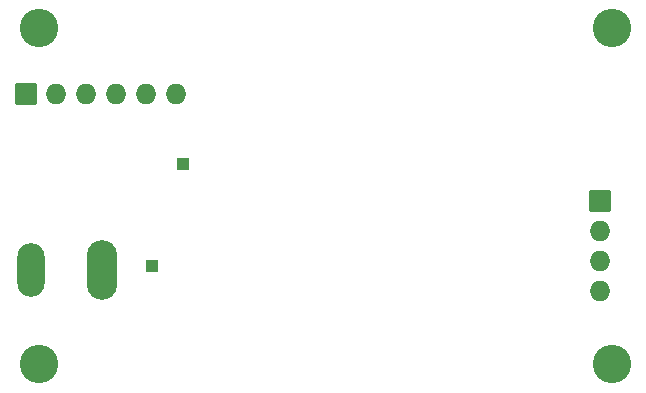
<source format=gbs>
G04 #@! TF.GenerationSoftware,KiCad,Pcbnew,(6.0.0)*
G04 #@! TF.CreationDate,2022-02-07T00:21:05-08:00*
G04 #@! TF.ProjectId,LightsAuxiliary_Rev_C,4c696768-7473-4417-9578-696c69617279,rev?*
G04 #@! TF.SameCoordinates,Original*
G04 #@! TF.FileFunction,Soldermask,Bot*
G04 #@! TF.FilePolarity,Negative*
%FSLAX46Y46*%
G04 Gerber Fmt 4.6, Leading zero omitted, Abs format (unit mm)*
G04 Created by KiCad (PCBNEW (6.0.0)) date 2022-02-07 00:21:05*
%MOMM*%
%LPD*%
G01*
G04 APERTURE LIST*
G04 Aperture macros list*
%AMRoundRect*
0 Rectangle with rounded corners*
0 $1 Rounding radius*
0 $2 $3 $4 $5 $6 $7 $8 $9 X,Y pos of 4 corners*
0 Add a 4 corners polygon primitive as box body*
4,1,4,$2,$3,$4,$5,$6,$7,$8,$9,$2,$3,0*
0 Add four circle primitives for the rounded corners*
1,1,$1+$1,$2,$3*
1,1,$1+$1,$4,$5*
1,1,$1+$1,$6,$7*
1,1,$1+$1,$8,$9*
0 Add four rect primitives between the rounded corners*
20,1,$1+$1,$2,$3,$4,$5,0*
20,1,$1+$1,$4,$5,$6,$7,0*
20,1,$1+$1,$6,$7,$8,$9,0*
20,1,$1+$1,$8,$9,$2,$3,0*%
G04 Aperture macros list end*
%ADD10RoundRect,0.025400X0.500000X0.500000X-0.500000X0.500000X-0.500000X-0.500000X0.500000X-0.500000X0*%
%ADD11C,3.250800*%
%ADD12O,2.550800X5.050800*%
%ADD13O,2.300800X4.550800*%
%ADD14O,1.750800X1.750800*%
%ADD15RoundRect,0.025400X-0.850000X-0.850000X0.850000X-0.850000X0.850000X0.850000X-0.850000X0.850000X0*%
%ADD16RoundRect,0.025400X0.850000X-0.850000X0.850000X0.850000X-0.850000X0.850000X-0.850000X-0.850000X0*%
G04 APERTURE END LIST*
D10*
X126288800Y-109016800D03*
X128879600Y-100380800D03*
D11*
X116712060Y-117348940D03*
X116712060Y-88863145D03*
X165197866Y-117348940D03*
X165197866Y-88863145D03*
D12*
X122042500Y-109347000D03*
D13*
X116042500Y-109347000D03*
D14*
X164154000Y-111135000D03*
X164154000Y-108595000D03*
X164154000Y-106055000D03*
D15*
X164154000Y-103515000D03*
D16*
X115570000Y-94488000D03*
D14*
X118110000Y-94488000D03*
X120650000Y-94488000D03*
X123190000Y-94488000D03*
X125730000Y-94488000D03*
X128270000Y-94488000D03*
M02*

</source>
